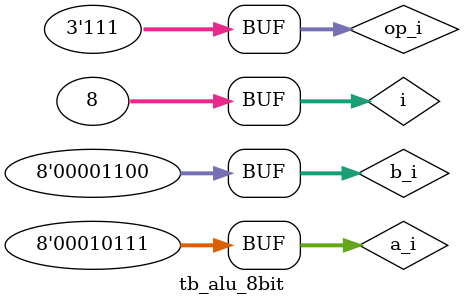
<source format=v>
`timescale 1ns / 1ps


module tb_alu_8bit( );

    reg [7:0]a_i;
    reg [7:0]b_i;
    reg [2:0]op_i;
    wire [7:0]o_p;
    
    alu dut(.a(a_i), .b(b_i), .op(op_i), .res_o(o_p));
    
    integer i;
    
    initial begin 
       
       a_i = 8'd23;
       b_i = 8'd12;
       for(i=0; i<8; i=i+1) begin
         op_i = i;
       end  
    end
endmodule

</source>
